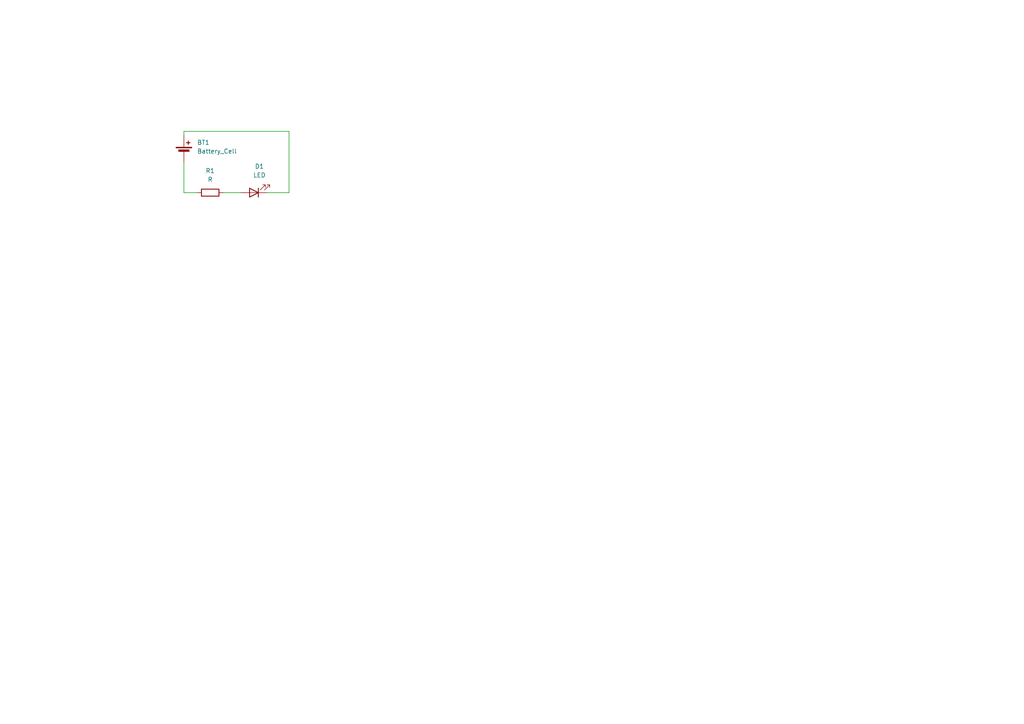
<source format=kicad_sch>
(kicad_sch (version 20231120) (generator "eeschema") (generator_version "8.0")
  (paper "A4")
  (lib_symbols
    (symbol "Device:Battery_Cell" (pin_numbers hide) (pin_names (offset 0) hide)
      (property "Reference" "BT" (at 2.54 2.54 0))
      (property "Value" "Battery_Cell" (at 2.54 0 0))
      (symbol "Battery_Cell_0_1"
        (rectangle (start -2.286 1.778) (end 2.286 1.524) (fill (type outline)))
        (rectangle (start -1.524 1.016) (end 1.524 0.508) (fill (type outline)))
        (polyline (pts (xy 0 0.762) (xy 0 0)))
        (polyline (pts (xy 0 1.778) (xy 0 2.54)))
        (polyline (pts (xy 0.762 3.048) (xy 1.778 3.048)) (stroke (width 0.254)))
        (polyline (pts (xy 1.27 3.556) (xy 1.27 2.54)) (stroke (width 0.254)))
      )
      (symbol "Battery_Cell_1_1"
        (pin passive line (at 0 5.08 270) (length 2.54) (name "+") (number "1"))
        (pin passive line (at 0 -2.54 90) (length 2.54) (name "-") (number "2"))
      )
    )
    (symbol "Device:LED" (pin_numbers hide) (pin_names (offset 1.016) hide)
      (property "Reference" "D" (at 0 2.54 0))
      (property "Value" "LED" (at 0 -2.54 0))
      (symbol "LED_0_1"
        (polyline (pts (xy -1.27 -1.27) (xy -1.27 1.27)) (stroke (width 0.254)))
        (polyline (pts (xy -1.27 0) (xy 1.27 0)))
        (polyline (pts (xy 1.27 -1.27) (xy 1.27 1.27) (xy -1.27 0) (xy 1.27 -1.27)) (stroke (width 0.254)))
        (polyline (pts (xy -3.048 -0.762) (xy -4.572 -2.286) (xy -3.81 -2.286) (xy -4.572 -2.286) (xy -4.572 -1.524)))
        (polyline (pts (xy -1.778 -0.762) (xy -3.302 -2.286) (xy -2.54 -2.286) (xy -3.302 -2.286) (xy -3.302 -1.524)))
      )
      (symbol "LED_1_1"
        (pin passive line (at -3.81 0 0) (length 2.54) (name "K") (number "1"))
        (pin passive line (at 3.81 0 180) (length 2.54) (name "A") (number "2"))
      )
    )
    (symbol "Device:R" (pin_numbers hide) (pin_names (offset 0))
      (property "Reference" "R" (at 2.032 0 90))
      (property "Value" "R" (at 0 0 90))
      (symbol "R_0_1"
        (rectangle (start -1.016 -2.54) (end 1.016 2.54) (stroke (width 0.254)))
      )
      (symbol "R_1_1"
        (pin passive line (at 0 3.81 270) (length 1.27) (name "~") (number "1"))
        (pin passive line (at 0 -3.81 90) (length 1.27) (name "~") (number "2"))
      )
    )
  )
  (wire (pts (xy 69.85 55.88) (xy 64.77 55.88)))
  (wire (pts (xy 53.34 55.88) (xy 53.34 46.99)))
  (wire (pts (xy 83.82 38.1) (xy 83.82 55.88)))
  (wire (pts (xy 53.34 38.1) (xy 83.82 38.1)))
  (wire (pts (xy 83.82 55.88) (xy 77.47 55.88)))
  (wire (pts (xy 53.34 39.37) (xy 53.34 38.1)))
  (wire (pts (xy 57.15 55.88) (xy 53.34 55.88)))
  (symbol (lib_id "Device:LED") (at 73.66 55.88 180) (unit 1)
    (property "Reference" "D1" (at 75.2475 48.26 0))
    (property "Value" "LED" (at 75.2475 50.8 0))
    (property "Footprint" "LED_SMD:LED_0805_2012Metric_Pad1.15x1.40mm_HandSolder" (effects (hide yes)))
    (property "Description" "Light emitting diode" (effects (hide yes)))
  )
  (symbol (lib_id "Device:R") (at 60.96 55.88 90) (unit 1)
    (property "Reference" "R1" (at 60.96 49.53 90))
    (property "Value" "R" (at 60.96 52.07 90))
    (property "Footprint" "Resistor_SMD:R_0805_2012Metric_Pad1.20x1.40mm_HandSolder" (effects (hide yes)))
    (property "Description" "Resistor" (effects (hide yes)))
  )
  (symbol (lib_id "Device:Battery_Cell") (at 53.34 44.45 0) (unit 1)
    (property "Reference" "BT1" (at 57.15 41.3384 0) (effects (justify left)))
    (property "Value" "Battery_Cell" (at 57.15 43.8784 0) (effects (justify left)))
    (property "Footprint" "Battery:BatteryHolder_Seiko_MS621F" (effects (hide yes)))
    (property "Description" "Single-cell battery" (effects (hide yes)))
  )
)
</source>
